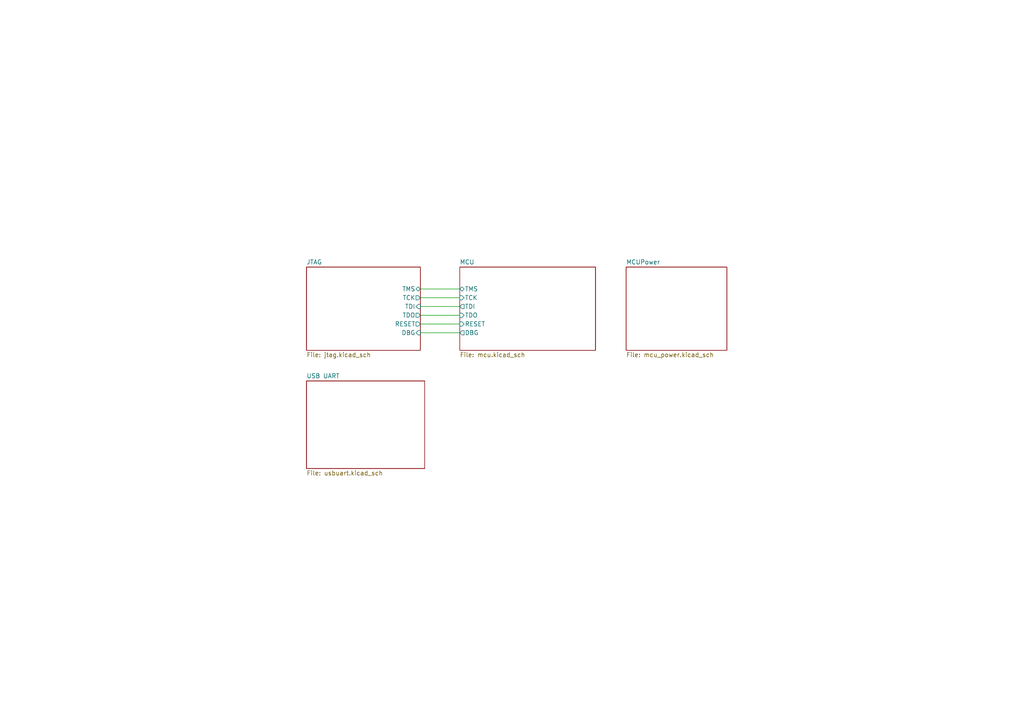
<source format=kicad_sch>
(kicad_sch
	(version 20231120)
	(generator "eeschema")
	(generator_version "8.0")
	(uuid "70782c2d-fff2-4b7e-bc9f-3ed3b0dfc12d")
	(paper "A4")
	(lib_symbols)
	(wire
		(pts
			(xy 121.92 88.9) (xy 133.35 88.9)
		)
		(stroke
			(width 0)
			(type default)
		)
		(uuid "1f7fde61-4c36-474e-a00c-031e7c8a853c")
	)
	(wire
		(pts
			(xy 121.92 96.52) (xy 133.35 96.52)
		)
		(stroke
			(width 0)
			(type default)
		)
		(uuid "7a30b568-7d7c-4387-9493-358e628f83b0")
	)
	(wire
		(pts
			(xy 121.92 86.36) (xy 133.35 86.36)
		)
		(stroke
			(width 0)
			(type default)
		)
		(uuid "8628cce1-3931-49ed-b51c-18cadc0dc625")
	)
	(wire
		(pts
			(xy 121.92 91.44) (xy 133.35 91.44)
		)
		(stroke
			(width 0)
			(type default)
		)
		(uuid "9990dcde-6cd3-4134-a950-db1700d8e7d4")
	)
	(wire
		(pts
			(xy 121.92 93.98) (xy 133.35 93.98)
		)
		(stroke
			(width 0)
			(type default)
		)
		(uuid "d8692606-9031-41a4-9a35-c9103ad2c32e")
	)
	(wire
		(pts
			(xy 121.92 83.82) (xy 133.35 83.82)
		)
		(stroke
			(width 0)
			(type default)
		)
		(uuid "fdad79eb-fbe8-42af-910b-4a30ba44201c")
	)
	(sheet
		(at 88.9 110.49)
		(size 34.29 25.4)
		(fields_autoplaced yes)
		(stroke
			(width 0.1524)
			(type solid)
		)
		(fill
			(color 0 0 0 0.0000)
		)
		(uuid "0c240732-cebd-49ce-8c70-8414d73a96cd")
		(property "Sheetname" "USB UART"
			(at 88.9 109.7784 0)
			(effects
				(font
					(size 1.27 1.27)
				)
				(justify left bottom)
			)
		)
		(property "Sheetfile" "usbuart.kicad_sch"
			(at 88.9 136.4746 0)
			(effects
				(font
					(size 1.27 1.27)
				)
				(justify left top)
			)
		)
		(instances
			(project "WT_S32M2_EVB"
				(path "/70782c2d-fff2-4b7e-bc9f-3ed3b0dfc12d"
					(page "5")
				)
			)
		)
	)
	(sheet
		(at 88.9 77.47)
		(size 33.02 24.13)
		(fields_autoplaced yes)
		(stroke
			(width 0.1524)
			(type solid)
		)
		(fill
			(color 0 0 0 0.0000)
		)
		(uuid "1c3290ce-5f3c-4184-9870-079dbad05207")
		(property "Sheetname" "JTAG"
			(at 88.9 76.7584 0)
			(effects
				(font
					(size 1.27 1.27)
				)
				(justify left bottom)
			)
		)
		(property "Sheetfile" "jtag.kicad_sch"
			(at 88.9 102.1846 0)
			(effects
				(font
					(size 1.27 1.27)
				)
				(justify left top)
			)
		)
		(pin "DBG" input
			(at 121.92 96.52 0)
			(effects
				(font
					(size 1.27 1.27)
				)
				(justify right)
			)
			(uuid "5fe4e069-4dd6-4049-b7c0-1a8c0a447c97")
		)
		(pin "TCK" output
			(at 121.92 86.36 0)
			(effects
				(font
					(size 1.27 1.27)
				)
				(justify right)
			)
			(uuid "3c531d1b-0c4e-4a57-a971-34978f7a6e4f")
		)
		(pin "TMS" bidirectional
			(at 121.92 83.82 0)
			(effects
				(font
					(size 1.27 1.27)
				)
				(justify right)
			)
			(uuid "c469d43d-a41d-4457-9915-2534ef1a9980")
		)
		(pin "TDO" output
			(at 121.92 91.44 0)
			(effects
				(font
					(size 1.27 1.27)
				)
				(justify right)
			)
			(uuid "395a9aa4-28dd-409c-9dc9-22f35cfd7bbf")
		)
		(pin "RESET" output
			(at 121.92 93.98 0)
			(effects
				(font
					(size 1.27 1.27)
				)
				(justify right)
			)
			(uuid "25e76181-687f-4d41-8c81-437b9f57666d")
		)
		(pin "TDI" input
			(at 121.92 88.9 0)
			(effects
				(font
					(size 1.27 1.27)
				)
				(justify right)
			)
			(uuid "1f9b0e4b-531a-4ac5-8dd8-34b43e1dcc97")
		)
		(instances
			(project "WT_S32M2_EVB"
				(path "/70782c2d-fff2-4b7e-bc9f-3ed3b0dfc12d"
					(page "2")
				)
			)
		)
	)
	(sheet
		(at 181.61 77.47)
		(size 29.21 24.13)
		(fields_autoplaced yes)
		(stroke
			(width 0.1524)
			(type solid)
		)
		(fill
			(color 0 0 0 0.0000)
		)
		(uuid "da28dace-7d53-4f2a-8373-537b4b550ead")
		(property "Sheetname" "MCUPower"
			(at 181.61 76.7584 0)
			(effects
				(font
					(size 1.27 1.27)
				)
				(justify left bottom)
			)
		)
		(property "Sheetfile" "mcu_power.kicad_sch"
			(at 181.61 102.1846 0)
			(effects
				(font
					(size 1.27 1.27)
				)
				(justify left top)
			)
		)
		(instances
			(project "WT_S32M2_EVB"
				(path "/70782c2d-fff2-4b7e-bc9f-3ed3b0dfc12d"
					(page "4")
				)
			)
		)
	)
	(sheet
		(at 133.35 77.47)
		(size 39.37 24.13)
		(fields_autoplaced yes)
		(stroke
			(width 0.1524)
			(type solid)
		)
		(fill
			(color 0 0 0 0.0000)
		)
		(uuid "f8764e8e-6399-4e7a-a72c-1c1b3d72ab38")
		(property "Sheetname" "MCU"
			(at 133.35 76.7584 0)
			(effects
				(font
					(size 1.27 1.27)
				)
				(justify left bottom)
			)
		)
		(property "Sheetfile" "mcu.kicad_sch"
			(at 133.35 102.1846 0)
			(effects
				(font
					(size 1.27 1.27)
				)
				(justify left top)
			)
		)
		(pin "DBG" output
			(at 133.35 96.52 180)
			(effects
				(font
					(size 1.27 1.27)
				)
				(justify left)
			)
			(uuid "2f22d27e-6beb-4f16-84e0-0b1c07254cb5")
		)
		(pin "RESET" input
			(at 133.35 93.98 180)
			(effects
				(font
					(size 1.27 1.27)
				)
				(justify left)
			)
			(uuid "7191c177-b0d4-4beb-8f56-978b08284825")
		)
		(pin "TDI" output
			(at 133.35 88.9 180)
			(effects
				(font
					(size 1.27 1.27)
				)
				(justify left)
			)
			(uuid "91365b73-f23e-4595-9e0d-fc853f2dc5d7")
		)
		(pin "TDO" input
			(at 133.35 91.44 180)
			(effects
				(font
					(size 1.27 1.27)
				)
				(justify left)
			)
			(uuid "bbc726ea-4981-4ade-bba9-75d978ccd9f6")
		)
		(pin "TCK" input
			(at 133.35 86.36 180)
			(effects
				(font
					(size 1.27 1.27)
				)
				(justify left)
			)
			(uuid "574f061b-0795-41e2-8385-7840f168194a")
		)
		(pin "TMS" bidirectional
			(at 133.35 83.82 180)
			(effects
				(font
					(size 1.27 1.27)
				)
				(justify left)
			)
			(uuid "ee2da0f7-eb79-49b1-a284-ceebd3a16e2e")
		)
		(instances
			(project "WT_S32M2_EVB"
				(path "/70782c2d-fff2-4b7e-bc9f-3ed3b0dfc12d"
					(page "3")
				)
			)
		)
	)
	(sheet_instances
		(path "/"
			(page "1")
		)
	)
)

</source>
